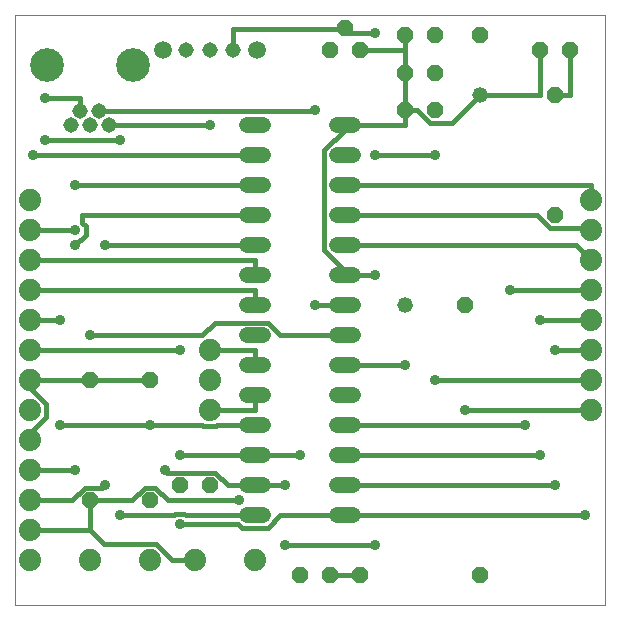
<source format=gtl>
G75*
%MOIN*%
%OFA0B0*%
%FSLAX25Y25*%
%IPPOS*%
%LPD*%
%AMOC8*
5,1,8,0,0,1.08239X$1,22.5*
%
%ADD10C,0.00000*%
%ADD11OC8,0.05200*%
%ADD12C,0.05200*%
%ADD13C,0.05150*%
%ADD14C,0.11220*%
%ADD15C,0.05200*%
%ADD16C,0.05937*%
%ADD17C,0.07400*%
%ADD18C,0.03562*%
%ADD19C,0.01600*%
D10*
X0006250Y0003667D02*
X0006250Y0200517D01*
X0203100Y0200517D01*
X0203100Y0003667D01*
X0006250Y0003667D01*
D11*
X0031250Y0038667D03*
X0051250Y0038667D03*
X0061250Y0043667D03*
X0071250Y0043667D03*
X0101250Y0013667D03*
X0111250Y0013667D03*
X0121250Y0013667D03*
X0161250Y0013667D03*
X0156250Y0103667D03*
X0186250Y0133667D03*
X0186250Y0173667D03*
X0181250Y0188667D03*
X0191250Y0188667D03*
X0161250Y0193667D03*
X0146250Y0193667D03*
X0136250Y0193667D03*
X0136250Y0181167D03*
X0146250Y0181167D03*
X0146250Y0168667D03*
X0136250Y0168667D03*
X0121250Y0188667D03*
X0116250Y0196167D03*
X0111250Y0188667D03*
X0051250Y0078667D03*
X0031250Y0078667D03*
D12*
X0136250Y0103667D03*
X0161250Y0173667D03*
D13*
X0079124Y0188667D03*
X0071250Y0188667D03*
X0063376Y0188667D03*
X0037549Y0163588D03*
X0034400Y0168312D03*
X0031250Y0163588D03*
X0028100Y0168312D03*
X0024951Y0163588D03*
D14*
X0016880Y0183667D03*
X0045620Y0183667D03*
D15*
X0083650Y0163667D02*
X0088850Y0163667D01*
X0088850Y0153667D02*
X0083650Y0153667D01*
X0083650Y0143667D02*
X0088850Y0143667D01*
X0088850Y0133667D02*
X0083650Y0133667D01*
X0083650Y0123667D02*
X0088850Y0123667D01*
X0088850Y0113667D02*
X0083650Y0113667D01*
X0083650Y0103667D02*
X0088850Y0103667D01*
X0088850Y0093667D02*
X0083650Y0093667D01*
X0083650Y0083667D02*
X0088850Y0083667D01*
X0088850Y0073667D02*
X0083650Y0073667D01*
X0083650Y0063667D02*
X0088850Y0063667D01*
X0088850Y0053667D02*
X0083650Y0053667D01*
X0083650Y0043667D02*
X0088850Y0043667D01*
X0088850Y0033667D02*
X0083650Y0033667D01*
X0113650Y0033667D02*
X0118850Y0033667D01*
X0118850Y0043667D02*
X0113650Y0043667D01*
X0113650Y0053667D02*
X0118850Y0053667D01*
X0118850Y0063667D02*
X0113650Y0063667D01*
X0113650Y0073667D02*
X0118850Y0073667D01*
X0118850Y0083667D02*
X0113650Y0083667D01*
X0113650Y0093667D02*
X0118850Y0093667D01*
X0118850Y0103667D02*
X0113650Y0103667D01*
X0113650Y0113667D02*
X0118850Y0113667D01*
X0118850Y0123667D02*
X0113650Y0123667D01*
X0113650Y0133667D02*
X0118850Y0133667D01*
X0118850Y0143667D02*
X0113650Y0143667D01*
X0113650Y0153667D02*
X0118850Y0153667D01*
X0118850Y0163667D02*
X0113650Y0163667D01*
D16*
X0086998Y0188667D03*
X0055502Y0188667D03*
D17*
X0011250Y0138667D03*
X0011250Y0128667D03*
X0011250Y0118667D03*
X0011250Y0108667D03*
X0011250Y0098667D03*
X0011250Y0088667D03*
X0011250Y0078667D03*
X0011250Y0068667D03*
X0011250Y0058667D03*
X0011250Y0048667D03*
X0011250Y0038667D03*
X0011250Y0028667D03*
X0011250Y0018667D03*
X0031250Y0018667D03*
X0051250Y0018667D03*
X0066250Y0018667D03*
X0086250Y0018667D03*
X0071250Y0068667D03*
X0071250Y0078667D03*
X0071250Y0088667D03*
X0198250Y0088667D03*
X0198250Y0098667D03*
X0198250Y0108667D03*
X0198250Y0118667D03*
X0198250Y0128667D03*
X0198250Y0138667D03*
X0198250Y0078667D03*
X0198250Y0068667D03*
D18*
X0181250Y0053667D03*
X0176250Y0063667D03*
X0186250Y0043667D03*
X0196250Y0033667D03*
X0156250Y0068667D03*
X0146250Y0078667D03*
X0136250Y0083667D03*
X0126250Y0113667D03*
X0106250Y0103667D03*
X0061250Y0088667D03*
X0051250Y0063667D03*
X0061250Y0053667D03*
X0056250Y0048667D03*
X0041218Y0033699D03*
X0036250Y0043667D03*
X0026250Y0048667D03*
X0021250Y0063667D03*
X0031250Y0093667D03*
X0021250Y0098667D03*
X0026250Y0123667D03*
X0026250Y0128667D03*
X0036250Y0123667D03*
X0026250Y0143667D03*
X0012231Y0153667D03*
X0016250Y0158667D03*
X0016250Y0172852D03*
X0041250Y0158667D03*
X0071250Y0163667D03*
X0106250Y0168667D03*
X0126250Y0153667D03*
X0146250Y0153667D03*
X0126250Y0194536D03*
X0171250Y0108667D03*
X0181250Y0098667D03*
X0186250Y0088667D03*
X0126250Y0023667D03*
X0096250Y0023667D03*
X0081040Y0038667D03*
X0096250Y0043667D03*
X0101250Y0053667D03*
X0061250Y0030647D03*
D19*
X0061250Y0031167D01*
X0061250Y0030647D02*
X0080730Y0030647D01*
X0081910Y0029467D01*
X0090590Y0029467D01*
X0094790Y0033667D01*
X0116250Y0033667D01*
X0196250Y0033667D01*
X0186250Y0043667D02*
X0116250Y0043667D01*
X0116250Y0053667D02*
X0181250Y0053667D01*
X0176250Y0063667D02*
X0116250Y0063667D01*
X0101250Y0053667D02*
X0086250Y0053667D01*
X0061250Y0053667D01*
X0056250Y0048667D02*
X0057050Y0047867D01*
X0072990Y0047867D01*
X0077190Y0043667D01*
X0086250Y0043667D01*
X0096250Y0043667D01*
X0086250Y0033667D02*
X0063295Y0033667D01*
X0062733Y0034228D01*
X0059767Y0034228D01*
X0059205Y0033667D01*
X0041218Y0033667D01*
X0041218Y0033699D01*
X0045310Y0038667D02*
X0049510Y0042867D01*
X0052990Y0042867D01*
X0057190Y0038667D01*
X0081040Y0038667D01*
X0096250Y0023667D02*
X0126250Y0023667D01*
X0121250Y0013667D02*
X0111250Y0013667D01*
X0066250Y0018667D02*
X0058745Y0018667D01*
X0053445Y0023967D01*
X0035950Y0023967D01*
X0031250Y0028667D01*
X0031250Y0038667D01*
X0045310Y0038667D01*
X0036250Y0043667D02*
X0035450Y0042867D01*
X0029510Y0042867D01*
X0025310Y0038667D01*
X0011250Y0038667D01*
X0011250Y0048667D02*
X0026250Y0048667D01*
X0021250Y0063667D02*
X0051250Y0063667D01*
X0068755Y0063667D01*
X0069055Y0063367D01*
X0073445Y0063367D01*
X0073745Y0063667D01*
X0086250Y0063667D01*
X0086250Y0068667D02*
X0086250Y0073667D01*
X0086250Y0068667D02*
X0071250Y0068667D01*
X0086250Y0083667D02*
X0086250Y0088667D01*
X0071250Y0088667D01*
X0068755Y0093667D02*
X0072955Y0097867D01*
X0090590Y0097867D01*
X0094790Y0093667D01*
X0116250Y0093667D01*
X0116250Y0103667D02*
X0106250Y0103667D01*
X0116250Y0113667D02*
X0126250Y0113667D01*
X0116250Y0113667D02*
X0116250Y0115127D01*
X0109450Y0121927D01*
X0109450Y0155406D01*
X0116250Y0162206D01*
X0116250Y0163667D01*
X0136250Y0163667D01*
X0136250Y0168667D01*
X0140310Y0168667D01*
X0144510Y0164467D01*
X0152050Y0164467D01*
X0161250Y0173667D01*
X0181250Y0173667D01*
X0181250Y0188667D01*
X0191250Y0188667D02*
X0191250Y0173667D01*
X0186250Y0173667D01*
X0198250Y0143667D02*
X0198250Y0138667D01*
X0198250Y0143667D02*
X0116250Y0143667D01*
X0116250Y0133667D02*
X0180310Y0133667D01*
X0184510Y0129467D01*
X0197450Y0129467D01*
X0198250Y0128667D01*
X0193250Y0123667D02*
X0198250Y0118667D01*
X0193250Y0123667D02*
X0116250Y0123667D01*
X0086250Y0123667D02*
X0036250Y0123667D01*
X0029831Y0127183D02*
X0029831Y0130150D01*
X0028750Y0131231D01*
X0028750Y0133667D01*
X0086250Y0133667D01*
X0086250Y0143667D02*
X0026250Y0143667D01*
X0026250Y0128667D02*
X0011250Y0128667D01*
X0011250Y0118667D02*
X0086250Y0118667D01*
X0086250Y0113667D01*
X0086250Y0108667D02*
X0086250Y0103667D01*
X0086250Y0108667D02*
X0011250Y0108667D01*
X0011250Y0098667D02*
X0021250Y0098667D01*
X0011250Y0088667D02*
X0061250Y0088667D01*
X0068755Y0093667D02*
X0031250Y0093667D01*
X0031250Y0078667D02*
X0051250Y0078667D01*
X0011250Y0078667D01*
X0011250Y0076162D01*
X0016550Y0070862D01*
X0016550Y0066471D01*
X0011250Y0061171D01*
X0011250Y0058667D01*
X0011250Y0028667D02*
X0031250Y0028667D01*
X0116250Y0083667D02*
X0136250Y0083667D01*
X0146250Y0078667D02*
X0198250Y0078667D01*
X0198250Y0068667D02*
X0156250Y0068667D01*
X0181250Y0098667D02*
X0198250Y0098667D01*
X0198250Y0088667D02*
X0186250Y0088667D01*
X0198250Y0108667D02*
X0171250Y0108667D01*
X0146250Y0153667D02*
X0126250Y0153667D01*
X0136250Y0168667D02*
X0136250Y0181167D01*
X0136250Y0193667D01*
X0136250Y0188667D01*
X0121250Y0188667D01*
X0117431Y0194536D02*
X0116250Y0195717D01*
X0079124Y0195717D01*
X0079124Y0188667D01*
X0071250Y0163667D02*
X0071250Y0163588D01*
X0037549Y0163588D01*
X0041250Y0158667D02*
X0016250Y0158667D01*
X0012231Y0153667D02*
X0086250Y0153667D01*
X0106250Y0168312D02*
X0106250Y0168667D01*
X0106250Y0168312D02*
X0034400Y0168312D01*
X0028100Y0168312D02*
X0028100Y0172852D01*
X0016250Y0172852D01*
X0029831Y0127183D02*
X0026314Y0123667D01*
X0026250Y0123667D01*
X0117431Y0194536D02*
X0126250Y0194536D01*
M02*

</source>
